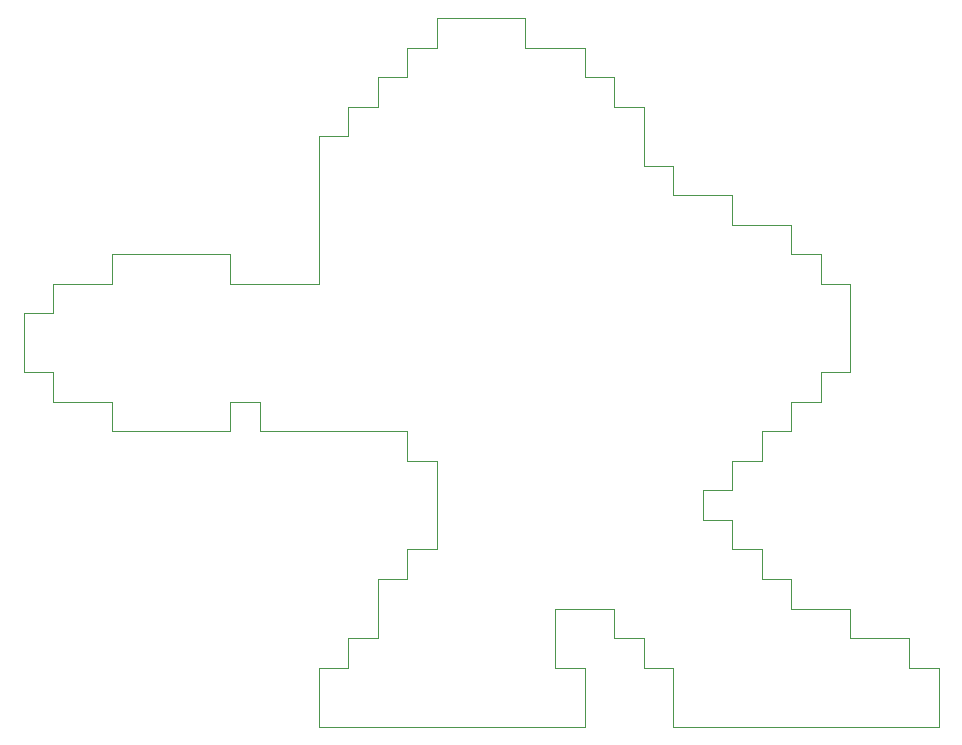
<source format=gbr>
G04 #@! TF.GenerationSoftware,KiCad,Pcbnew,5.1.2*
G04 #@! TF.CreationDate,2019-07-07T07:42:55-07:00*
G04 #@! TF.ProjectId,MegaMan_SAO,4d656761-4d61-46e5-9f53-414f2e6b6963,rev?*
G04 #@! TF.SameCoordinates,Original*
G04 #@! TF.FileFunction,Profile,NP*
%FSLAX46Y46*%
G04 Gerber Fmt 4.6, Leading zero omitted, Abs format (unit mm)*
G04 Created by KiCad (PCBNEW 5.1.2) date 2019-07-07 07:42:55*
%MOMM*%
%LPD*%
G04 APERTURE LIST*
%ADD10C,0.100000*%
G04 APERTURE END LIST*
D10*
X86250000Y-127500000D02*
X86250000Y-125000000D01*
X86250000Y-125000000D02*
X87499988Y-125000000D01*
X87499988Y-125000000D02*
X88750000Y-125000000D01*
X88750000Y-125000000D02*
X88750000Y-123750000D01*
X88750000Y-123750000D02*
X88750000Y-122500000D01*
X88750000Y-122500000D02*
X89999988Y-122500000D01*
X89999988Y-122500000D02*
X91250000Y-122500000D01*
X91250000Y-122500000D02*
X91250000Y-119999999D01*
X91250000Y-119999999D02*
X91250000Y-117499999D01*
X91250000Y-117499999D02*
X92499988Y-117499999D01*
X92499988Y-117499999D02*
X93750000Y-117499999D01*
X93750000Y-117499999D02*
X93750000Y-116249999D01*
X93750000Y-116249999D02*
X93750000Y-114999999D01*
X93750000Y-114999999D02*
X94999988Y-114999999D01*
X94999988Y-114999999D02*
X96250000Y-114999999D01*
X96250000Y-114999999D02*
X96250000Y-111249999D01*
X96250000Y-111249999D02*
X96250000Y-107499999D01*
X96250000Y-107499999D02*
X94999988Y-107499999D01*
X94999988Y-107499999D02*
X93750000Y-107499999D01*
X93750000Y-107499999D02*
X93750000Y-106249999D01*
X93750000Y-106249999D02*
X93750000Y-104999999D01*
X93750000Y-104999999D02*
X87499988Y-104999999D01*
X87499988Y-104999999D02*
X81250000Y-104999999D01*
X81250000Y-104999999D02*
X81250000Y-103749999D01*
X81250000Y-103749999D02*
X81250000Y-102499999D01*
X81250000Y-102499999D02*
X79999988Y-102499999D01*
X79999988Y-102499999D02*
X78750000Y-102499999D01*
X78750000Y-102499999D02*
X78750000Y-103749999D01*
X78750000Y-103749999D02*
X78750000Y-104999999D01*
X78750000Y-104999999D02*
X73750000Y-104999999D01*
X73750000Y-104999999D02*
X68750000Y-104999999D01*
X68750000Y-104999999D02*
X68750000Y-103749999D01*
X68750000Y-103749999D02*
X68750000Y-102499999D01*
X68750000Y-102499999D02*
X66250000Y-102499999D01*
X66250000Y-102499999D02*
X63750000Y-102499999D01*
X63750000Y-102499999D02*
X63750000Y-101249999D01*
X63750000Y-101249999D02*
X63750000Y-100000001D01*
X63750000Y-100000001D02*
X62500011Y-100000001D01*
X62500011Y-100000001D02*
X61250000Y-100000001D01*
X61250000Y-100000001D02*
X61250000Y-97500001D01*
X61250000Y-97500001D02*
X61250000Y-95000001D01*
X61250000Y-95000001D02*
X62500011Y-95000001D01*
X62500011Y-95000001D02*
X63750000Y-95000001D01*
X63750000Y-95000001D02*
X63750000Y-93750001D01*
X63750000Y-93750001D02*
X63750000Y-92500001D01*
X63750000Y-92500001D02*
X66250000Y-92500001D01*
X66250000Y-92500001D02*
X68750000Y-92500001D01*
X68750000Y-92500001D02*
X68750000Y-91250001D01*
X68750000Y-91250001D02*
X68750000Y-90000000D01*
X68750000Y-90000000D02*
X73750000Y-90000000D01*
X73750000Y-90000000D02*
X78750000Y-90000000D01*
X78750000Y-90000000D02*
X78750000Y-91250001D01*
X78750000Y-91250001D02*
X78750000Y-92500001D01*
X78750000Y-92500001D02*
X82499988Y-92500001D01*
X82499988Y-92500001D02*
X86250000Y-92500001D01*
X86250000Y-92500001D02*
X86250000Y-86250000D01*
X86250000Y-86250000D02*
X86250000Y-80000000D01*
X86250000Y-80000000D02*
X87499988Y-80000000D01*
X87499988Y-80000000D02*
X88750000Y-80000000D01*
X88750000Y-80000000D02*
X88750000Y-78750000D01*
X88750000Y-78750000D02*
X88750000Y-77500000D01*
X88750000Y-77500000D02*
X89999988Y-77500000D01*
X89999988Y-77500000D02*
X91250000Y-77500000D01*
X91250000Y-77500000D02*
X91250000Y-76250000D01*
X91250000Y-76250000D02*
X91250000Y-75000000D01*
X91250000Y-75000000D02*
X92499988Y-75000000D01*
X92499988Y-75000000D02*
X93750000Y-75000000D01*
X93750000Y-75000000D02*
X93750000Y-73750000D01*
X93750000Y-73750000D02*
X93750000Y-72500000D01*
X93750000Y-72500000D02*
X94999988Y-72500000D01*
X94999988Y-72500000D02*
X96250000Y-72500000D01*
X96250000Y-72500000D02*
X96250000Y-71250000D01*
X96250000Y-71250000D02*
X96250000Y-70000000D01*
X96250000Y-70000000D02*
X99999988Y-70000000D01*
X99999988Y-70000000D02*
X103750000Y-70000000D01*
X103750000Y-70000000D02*
X103750000Y-71250000D01*
X103750000Y-71250000D02*
X103750000Y-72500000D01*
X103750000Y-72500000D02*
X106250000Y-72500000D01*
X106250000Y-72500000D02*
X108750000Y-72500000D01*
X108750000Y-72500000D02*
X108750000Y-73750000D01*
X108750000Y-73750000D02*
X108750000Y-75000000D01*
X108750000Y-75000000D02*
X109999988Y-75000000D01*
X109999988Y-75000000D02*
X111250000Y-75000000D01*
X111250000Y-75000000D02*
X111250000Y-76250000D01*
X111250000Y-76250000D02*
X111250000Y-77500000D01*
X111250000Y-77500000D02*
X112499988Y-77500000D01*
X112499988Y-77500000D02*
X113750000Y-77500000D01*
X113750000Y-77500000D02*
X113750000Y-80000000D01*
X113750000Y-80000000D02*
X113750000Y-82500000D01*
X113750000Y-82500000D02*
X114999988Y-82500000D01*
X114999988Y-82500000D02*
X116250000Y-82500000D01*
X116250000Y-82500000D02*
X116250000Y-83750000D01*
X116250000Y-83750000D02*
X116250000Y-85000000D01*
X116250000Y-85000000D02*
X118750000Y-85000000D01*
X118750000Y-85000000D02*
X121250000Y-85000000D01*
X121250000Y-85000000D02*
X121250000Y-86250000D01*
X121250000Y-86250000D02*
X121250000Y-87500000D01*
X121250000Y-87500000D02*
X123750000Y-87500000D01*
X123750000Y-87500000D02*
X126250000Y-87500000D01*
X126250000Y-87500000D02*
X126250000Y-88750000D01*
X126250000Y-88750000D02*
X126250000Y-90000000D01*
X126250000Y-90000000D02*
X127499988Y-90000000D01*
X127499988Y-90000000D02*
X128750000Y-90000000D01*
X128750000Y-90000000D02*
X128750000Y-91250001D01*
X128750000Y-91250001D02*
X128750000Y-92500001D01*
X128750000Y-92500001D02*
X129999989Y-92500001D01*
X129999989Y-92500001D02*
X131250000Y-92500001D01*
X131250000Y-92500001D02*
X131250000Y-96250001D01*
X131250000Y-96250001D02*
X131250000Y-100000001D01*
X131250000Y-100000001D02*
X129999989Y-100000001D01*
X129999989Y-100000001D02*
X128750000Y-100000001D01*
X128750000Y-100000001D02*
X128750000Y-101249999D01*
X128750000Y-101249999D02*
X128750000Y-102499999D01*
X128750000Y-102499999D02*
X127499988Y-102499999D01*
X127499988Y-102499999D02*
X126250000Y-102499999D01*
X126250000Y-102499999D02*
X126250000Y-103749999D01*
X126250000Y-103749999D02*
X126250000Y-104999999D01*
X126250000Y-104999999D02*
X124999988Y-104999999D01*
X124999988Y-104999999D02*
X123750000Y-104999999D01*
X123750000Y-104999999D02*
X123750000Y-106249999D01*
X123750000Y-106249999D02*
X123750000Y-107499999D01*
X123750000Y-107499999D02*
X122499988Y-107499999D01*
X122499988Y-107499999D02*
X121250000Y-107499999D01*
X121250000Y-107499999D02*
X121250000Y-108749999D01*
X121250000Y-108749999D02*
X121250000Y-109999999D01*
X121250000Y-109999999D02*
X119999988Y-109999999D01*
X119999988Y-109999999D02*
X118750000Y-109999999D01*
X118750000Y-109999999D02*
X118750000Y-111249999D01*
X118750000Y-111249999D02*
X118750000Y-112499999D01*
X118750000Y-112499999D02*
X119999988Y-112499999D01*
X119999988Y-112499999D02*
X121250000Y-112499999D01*
X121250000Y-112499999D02*
X121250000Y-113749999D01*
X121250000Y-113749999D02*
X121250000Y-114999999D01*
X121250000Y-114999999D02*
X122499988Y-114999999D01*
X122499988Y-114999999D02*
X123750000Y-114999999D01*
X123750000Y-114999999D02*
X123750000Y-116249999D01*
X123750000Y-116249999D02*
X123750000Y-117499999D01*
X123750000Y-117499999D02*
X124999988Y-117499999D01*
X124999988Y-117499999D02*
X126250000Y-117499999D01*
X126250000Y-117499999D02*
X126250000Y-118749999D01*
X126250000Y-118749999D02*
X126250000Y-119999999D01*
X126250000Y-119999999D02*
X128750000Y-119999999D01*
X128750000Y-119999999D02*
X131250000Y-119999999D01*
X131250000Y-119999999D02*
X131250000Y-121250000D01*
X131250000Y-121250000D02*
X131250000Y-122500000D01*
X131250000Y-122500000D02*
X133750000Y-122500000D01*
X133750000Y-122500000D02*
X136250000Y-122500000D01*
X136250000Y-122500000D02*
X136250000Y-123750000D01*
X136250000Y-123750000D02*
X136250000Y-125000000D01*
X136250000Y-125000000D02*
X137499989Y-125000000D01*
X137499989Y-125000000D02*
X138750000Y-125000000D01*
X138750000Y-125000000D02*
X138750000Y-127500000D01*
X138750000Y-127500000D02*
X138750000Y-130000000D01*
X138750000Y-130000000D02*
X127499988Y-130000000D01*
X127499988Y-130000000D02*
X116250000Y-130000000D01*
X116250000Y-130000000D02*
X116250000Y-127500000D01*
X116250000Y-127500000D02*
X116250000Y-125000000D01*
X116250000Y-125000000D02*
X114999988Y-125000000D01*
X114999988Y-125000000D02*
X113750000Y-125000000D01*
X113750000Y-125000000D02*
X113750000Y-123750000D01*
X113750000Y-123750000D02*
X113750000Y-122500000D01*
X113750000Y-122500000D02*
X112499988Y-122500000D01*
X112499988Y-122500000D02*
X111250000Y-122500000D01*
X111250000Y-122500000D02*
X111250000Y-121250000D01*
X111250000Y-121250000D02*
X111250000Y-119999999D01*
X111250000Y-119999999D02*
X108750000Y-119999999D01*
X108750000Y-119999999D02*
X106250000Y-119999999D01*
X106250000Y-119999999D02*
X106250000Y-122500000D01*
X106250000Y-122500000D02*
X106250000Y-125000000D01*
X106250000Y-125000000D02*
X107499988Y-125000000D01*
X107499988Y-125000000D02*
X108750000Y-125000000D01*
X108750000Y-125000000D02*
X108750000Y-127500000D01*
X108750000Y-127500000D02*
X108750000Y-130000000D01*
X108750000Y-130000000D02*
X97499988Y-130000000D01*
X97499988Y-130000000D02*
X86250000Y-130000000D01*
X86250000Y-130000000D02*
X86250000Y-127500000D01*
X86250000Y-127500000D02*
X86250000Y-127500000D01*
M02*

</source>
